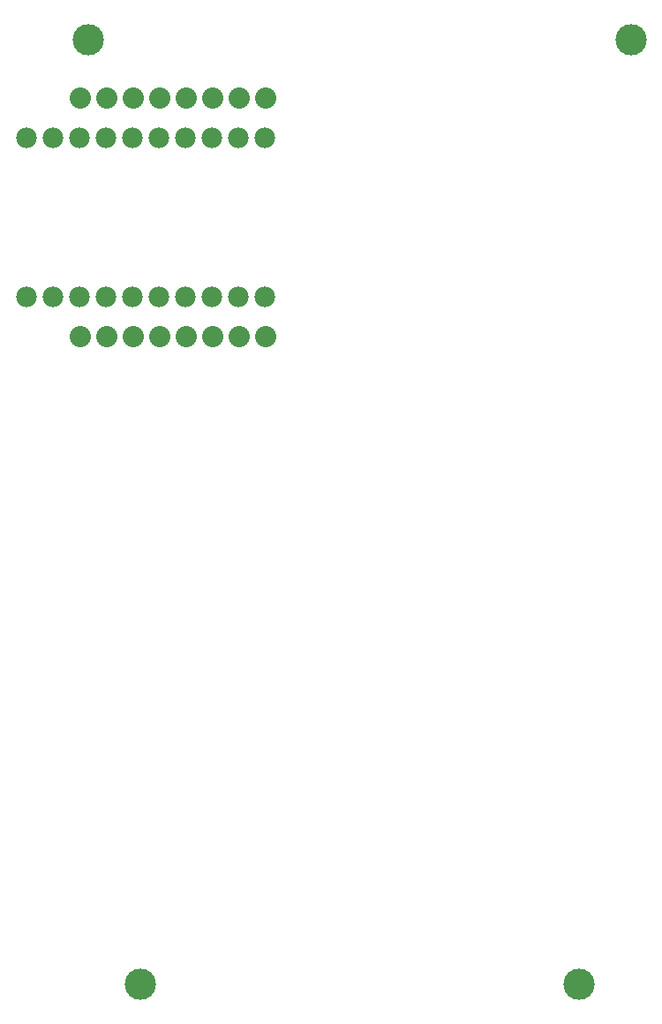
<source format=gts>
G04 Layer: TopSolderMaskLayer*
G04 EasyEDA v6.4.25, 2021-10-09T00:25:21+02:00*
G04 2177c25503544fa0b13e01c7088fd064,4245c91a3b6e4cf7aa995480f5c7e4a3,10*
G04 Gerber Generator version 0.2*
G04 Scale: 100 percent, Rotated: No, Reflected: No *
G04 Dimensions in millimeters *
G04 leading zeros omitted , absolute positions ,4 integer and 5 decimal *
%FSLAX45Y45*%
%MOMM*%

%ADD24C,1.9812*%
%ADD25C,2.0320*%
%ADD26C,3.0000*%

%LPD*%
D24*
G01*
X1104900Y19253200D03*
G01*
X1358900Y19253200D03*
G01*
X1612900Y19253200D03*
G01*
X1866900Y19253200D03*
G01*
X2120900Y19253200D03*
G01*
X2374900Y19253200D03*
G01*
X2628900Y19253200D03*
G01*
X2882900Y19253200D03*
G01*
X3136900Y19253200D03*
G01*
X3390900Y19253200D03*
G01*
X1104900Y17729200D03*
G01*
X1358900Y17729200D03*
G01*
X1612900Y17729200D03*
G01*
X1866900Y17729200D03*
G01*
X2120900Y17729200D03*
G01*
X2374900Y17729200D03*
G01*
X2628900Y17729200D03*
G01*
X2882900Y17729200D03*
G01*
X3136900Y17729200D03*
G01*
X3390900Y17729200D03*
D25*
G01*
X3403600Y19634200D03*
G01*
X1625600Y17348200D03*
G01*
X1879600Y17348200D03*
G01*
X2133600Y17348200D03*
G01*
X2387600Y17348200D03*
G01*
X2641600Y17348200D03*
G01*
X2895600Y17348200D03*
G01*
X3149600Y17348200D03*
G01*
X3403600Y17348200D03*
G01*
X1625600Y19634200D03*
G01*
X1879600Y19634200D03*
G01*
X2133600Y19634200D03*
G01*
X2387600Y19634200D03*
G01*
X2641600Y19634200D03*
G01*
X2895600Y19634200D03*
G01*
X3149600Y19634200D03*
D26*
G01*
X1698500Y20200099D03*
G01*
X6908899Y20200099D03*
G01*
X2198500Y11149101D03*
G01*
X6408899Y11149101D03*
M02*

</source>
